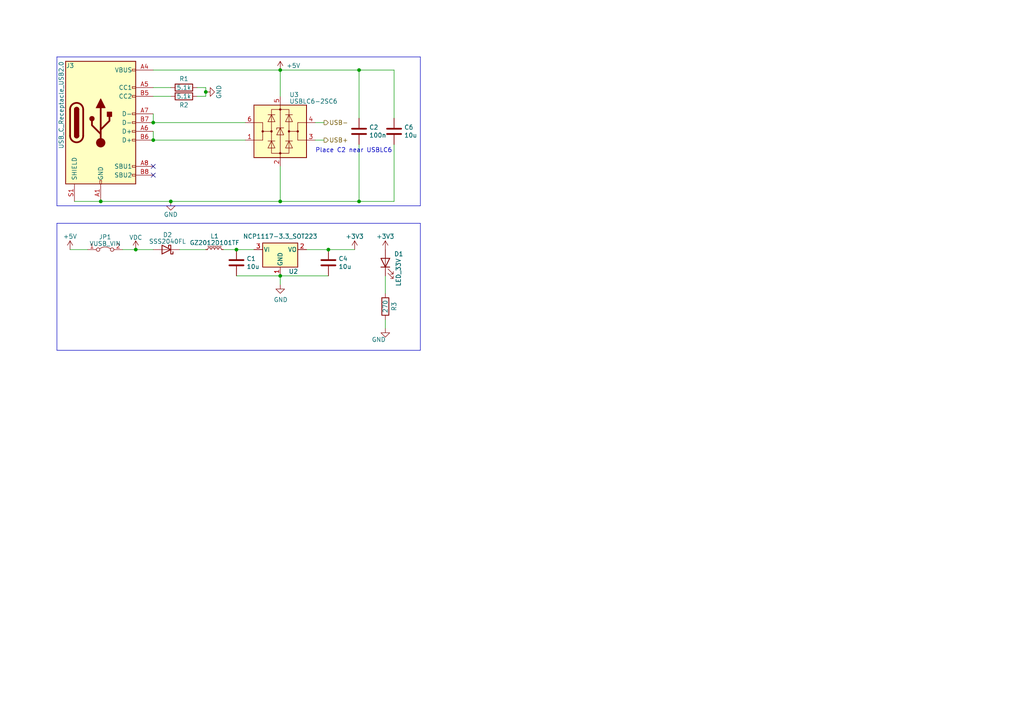
<source format=kicad_sch>
(kicad_sch (version 20230121) (generator eeschema)
  (paper "A4")
  (lib_symbols
    (symbol "Device:C" (pin_numbers hide) (pin_names (offset 0.254))
      (property "Reference" "C" (at 0.635 2.54 0))
      (property "Value" "C" (at 0.635 -2.54 0))
      (symbol "C_0_1"
        (polyline (pts (xy -2.032 -0.762) (xy 2.032 -0.762)) (stroke (width 0.508)))
        (polyline (pts (xy -2.032 0.762) (xy 2.032 0.762)) (stroke (width 0.508)))
      )
      (symbol "C_1_1"
        (pin passive line (at 0 3.81 270) (length 2.794) (name "~") (number "1"))
        (pin passive line (at 0 -3.81 90) (length 2.794) (name "~") (number "2"))
      )
    )
    (symbol "Device:D_Schottky" (pin_numbers hide) (pin_names (offset 1.016) hide)
      (property "Reference" "D" (at 0 2.54 0))
      (property "Value" "D_Schottky" (at 0 -2.54 0))
      (symbol "D_Schottky_0_1"
        (polyline (pts (xy 1.27 0) (xy -1.27 0)))
        (polyline (pts (xy 1.27 1.27) (xy 1.27 -1.27) (xy -1.27 0) (xy 1.27 1.27)) (stroke (width 0.254)))
        (polyline (pts (xy -1.905 0.635) (xy -1.905 1.27) (xy -1.27 1.27) (xy -1.27 -1.27) (xy -0.635 -1.27) (xy -0.635 -0.635)) (stroke (width 0.254)))
      )
      (symbol "D_Schottky_1_1"
        (pin passive line (at -3.81 0 0) (length 2.54) (name "K") (number "1"))
        (pin passive line (at 3.81 0 180) (length 2.54) (name "A") (number "2"))
      )
    )
    (symbol "Device:LED" (pin_numbers hide) (pin_names (offset 1.016) hide)
      (property "Reference" "D" (at 0 2.54 0))
      (property "Value" "LED" (at 0 -2.54 0))
      (symbol "LED_0_1"
        (polyline (pts (xy -1.27 -1.27) (xy -1.27 1.27)) (stroke (width 0.254)))
        (polyline (pts (xy -1.27 0) (xy 1.27 0)))
        (polyline (pts (xy 1.27 -1.27) (xy 1.27 1.27) (xy -1.27 0) (xy 1.27 -1.27)) (stroke (width 0.254)))
        (polyline (pts (xy -3.048 -0.762) (xy -4.572 -2.286) (xy -3.81 -2.286) (xy -4.572 -2.286) (xy -4.572 -1.524)))
        (polyline (pts (xy -1.778 -0.762) (xy -3.302 -2.286) (xy -2.54 -2.286) (xy -3.302 -2.286) (xy -3.302 -1.524)))
      )
      (symbol "LED_1_1"
        (pin passive line (at -3.81 0 0) (length 2.54) (name "K") (number "1"))
        (pin passive line (at 3.81 0 180) (length 2.54) (name "A") (number "2"))
      )
    )
    (symbol "Device:L_Ferrite_Small" (pin_numbers hide) (pin_names (offset 0.254) hide)
      (property "Reference" "L" (at 1.27 1.016 0))
      (property "Value" "L_Ferrite_Small" (at 1.27 -1.27 0))
      (symbol "L_Ferrite_Small_0_1"
        (arc (start 0 -2.032) (mid 0.5058 -1.524) (end 0 -1.016))
        (arc (start 0 -1.016) (mid 0.5058 -0.508) (end 0 0))
        (polyline (pts (xy 0.762 -1.905) (xy 0.762 -1.651)))
        (polyline (pts (xy 0.762 -1.397) (xy 0.762 -1.143)))
        (polyline (pts (xy 0.762 -0.889) (xy 0.762 -0.635)))
        (polyline (pts (xy 0.762 -0.381) (xy 0.762 -0.127)))
        (polyline (pts (xy 0.762 0.127) (xy 0.762 0.381)))
        (polyline (pts (xy 0.762 0.635) (xy 0.762 0.889)))
        (polyline (pts (xy 0.762 1.143) (xy 0.762 1.397)))
        (polyline (pts (xy 0.762 1.651) (xy 0.762 1.905)))
        (polyline (pts (xy 1.016 -1.651) (xy 1.016 -1.905)))
        (polyline (pts (xy 1.016 -1.143) (xy 1.016 -1.397)))
        (polyline (pts (xy 1.016 -0.635) (xy 1.016 -0.889)))
        (polyline (pts (xy 1.016 -0.127) (xy 1.016 -0.381)))
        (polyline (pts (xy 1.016 0.381) (xy 1.016 0.127)))
        (polyline (pts (xy 1.016 0.889) (xy 1.016 0.635)))
        (polyline (pts (xy 1.016 1.397) (xy 1.016 1.143)))
        (polyline (pts (xy 1.016 1.905) (xy 1.016 1.651)))
        (arc (start 0 0) (mid 0.5058 0.508) (end 0 1.016))
        (arc (start 0 1.016) (mid 0.5058 1.524) (end 0 2.032))
      )
      (symbol "L_Ferrite_Small_1_1"
        (pin passive line (at 0 2.54 270) (length 0.508) (name "~") (number "1"))
        (pin passive line (at 0 -2.54 90) (length 0.508) (name "~") (number "2"))
      )
    )
    (symbol "Device:R" (pin_numbers hide) (pin_names (offset 0))
      (property "Reference" "R" (at 2.032 0 90))
      (property "Value" "R" (at 0 0 90))
      (symbol "R_0_1"
        (rectangle (start -1.016 -2.54) (end 1.016 2.54) (stroke (width 0.254)))
      )
      (symbol "R_1_1"
        (pin passive line (at 0 3.81 270) (length 1.27) (name "~") (number "1"))
        (pin passive line (at 0 -3.81 90) (length 1.27) (name "~") (number "2"))
      )
    )
    (symbol "IO_Board_V1-rescue:USB_C_Receptacle_USB2.0-Connector" (pin_names (offset 1.016))
      (property "Reference" "J" (at -10.16 19.05 0))
      (property "Value" "USB_C_Receptacle_USB2.0-Connector" (at 19.05 19.05 0))
      (symbol "USB_C_Receptacle_USB2.0-Connector_0_0"
        (rectangle (start -0.254 -17.78) (end 0.254 -16.764))
        (rectangle (start 10.16 -14.986) (end 9.144 -15.494))
        (rectangle (start 10.16 -12.446) (end 9.144 -12.954))
        (rectangle (start 10.16 -4.826) (end 9.144 -5.334))
        (rectangle (start 10.16 -2.286) (end 9.144 -2.794))
        (rectangle (start 10.16 0.254) (end 9.144 -0.254))
        (rectangle (start 10.16 2.794) (end 9.144 2.286))
        (rectangle (start 10.16 7.874) (end 9.144 7.366))
        (rectangle (start 10.16 10.414) (end 9.144 9.906))
        (rectangle (start 10.16 15.494) (end 9.144 14.986))
      )
      (symbol "USB_C_Receptacle_USB2.0-Connector_0_1"
        (rectangle (start -10.16 17.78) (end 10.16 -17.78) (stroke (width 0.254)) (fill (type background)))
        (arc (start -8.89 -3.81) (mid -6.985 -5.7067) (end -5.08 -3.81) (stroke (width 0.508)))
        (arc (start -7.62 -3.81) (mid -6.985 -4.4423) (end -6.35 -3.81) (stroke (width 0.254)))
        (arc (start -7.62 -3.81) (mid -6.985 -4.4423) (end -6.35 -3.81) (stroke (width 0.254)) (fill (type outline)))
        (rectangle (start -7.62 -3.81) (end -6.35 3.81) (stroke (width 0.254)) (fill (type outline)))
        (arc (start -6.35 3.81) (mid -6.985 4.4423) (end -7.62 3.81) (stroke (width 0.254)))
        (arc (start -6.35 3.81) (mid -6.985 4.4423) (end -7.62 3.81) (stroke (width 0.254)) (fill (type outline)))
        (arc (start -5.08 3.81) (mid -6.985 5.7067) (end -8.89 3.81) (stroke (width 0.508)))
        (circle (center -2.54 1.143) (radius 0.635) (stroke (width 0.254)) (fill (type outline)))
        (circle (center 0 -5.842) (radius 1.27) (fill (type outline)))
        (polyline (pts (xy -8.89 -3.81) (xy -8.89 3.81)) (stroke (width 0.508)))
        (polyline (pts (xy -5.08 3.81) (xy -5.08 -3.81)) (stroke (width 0.508)))
        (polyline (pts (xy 0 -5.842) (xy 0 4.318)) (stroke (width 0.508)))
        (polyline (pts (xy 0 -3.302) (xy -2.54 -0.762) (xy -2.54 0.508)) (stroke (width 0.508)))
        (polyline (pts (xy 0 -2.032) (xy 2.54 0.508) (xy 2.54 1.778)) (stroke (width 0.508)))
        (polyline (pts (xy -1.27 4.318) (xy 0 6.858) (xy 1.27 4.318) (xy -1.27 4.318)) (stroke (width 0.254)) (fill (type outline)))
        (rectangle (start 1.905 1.778) (end 3.175 3.048) (stroke (width 0.254)) (fill (type outline)))
      )
      (symbol "USB_C_Receptacle_USB2.0-Connector_1_1"
        (pin passive line (at 0 -22.86 90) (length 5.08) (name "GND") (number "A1"))
        (pin passive line (at 0 -22.86 90) (length 5.08) hide (name "GND") (number "A12"))
        (pin passive line (at 15.24 15.24 180) (length 5.08) (name "VBUS") (number "A4"))
        (pin bidirectional line (at 15.24 10.16 180) (length 5.08) (name "CC1") (number "A5"))
        (pin bidirectional line (at 15.24 -2.54 180) (length 5.08) (name "D+") (number "A6"))
        (pin bidirectional line (at 15.24 2.54 180) (length 5.08) (name "D-") (number "A7"))
        (pin bidirectional line (at 15.24 -12.7 180) (length 5.08) (name "SBU1") (number "A8"))
        (pin passive line (at 15.24 15.24 180) (length 5.08) hide (name "VBUS") (number "A9"))
        (pin passive line (at 0 -22.86 90) (length 5.08) hide (name "GND") (number "B1"))
        (pin passive line (at 0 -22.86 90) (length 5.08) hide (name "GND") (number "B12"))
        (pin passive line (at 15.24 15.24 180) (length 5.08) hide (name "VBUS") (number "B4"))
        (pin bidirectional line (at 15.24 7.62 180) (length 5.08) (name "CC2") (number "B5"))
        (pin bidirectional line (at 15.24 -5.08 180) (length 5.08) (name "D+") (number "B6"))
        (pin bidirectional line (at 15.24 0 180) (length 5.08) (name "D-") (number "B7"))
        (pin bidirectional line (at 15.24 -15.24 180) (length 5.08) (name "SBU2") (number "B8"))
        (pin passive line (at 15.24 15.24 180) (length 5.08) hide (name "VBUS") (number "B9"))
        (pin passive line (at -7.62 -22.86 90) (length 5.08) (name "SHIELD") (number "S1"))
      )
    )
    (symbol "Jumper:Jumper_2_Bridged" (pin_names (offset 0) hide)
      (property "Reference" "JP" (at 0 1.905 0))
      (property "Value" "Jumper_2_Bridged" (at 0 -2.54 0))
      (symbol "Jumper_2_Bridged_0_0"
        (circle (center -2.032 0) (radius 0.508))
        (circle (center 2.032 0) (radius 0.508))
      )
      (symbol "Jumper_2_Bridged_0_1"
        (arc (start 1.524 0.254) (mid 0 0.762) (end -1.524 0.254))
      )
      (symbol "Jumper_2_Bridged_1_1"
        (pin passive line (at -5.08 0 0) (length 2.54) (name "A") (number "1"))
        (pin passive line (at 5.08 0 180) (length 2.54) (name "B") (number "2"))
      )
    )
    (symbol "Power_Protection:USBLC6-2SC6" (pin_names hide)
      (property "Reference" "U" (at 2.54 8.89 0))
      (property "Value" "USBLC6-2SC6" (at 2.54 -8.89 0))
      (symbol "USBLC6-2SC6_0_1"
        (rectangle (start -7.62 -7.62) (end 7.62 7.62) (stroke (width 0.254)) (fill (type background)))
        (circle (center -5.08 0) (radius 0.254) (fill (type outline)))
        (circle (center -2.54 0) (radius 0.254) (fill (type outline)))
        (rectangle (start -2.54 6.35) (end 2.54 -6.35))
        (circle (center 0 -6.35) (radius 0.254) (fill (type outline)))
        (polyline (pts (xy -5.08 -2.54) (xy -7.62 -2.54)))
        (polyline (pts (xy -5.08 0) (xy -5.08 -2.54)))
        (polyline (pts (xy -5.08 2.54) (xy -7.62 2.54)))
        (polyline (pts (xy -1.524 -2.794) (xy -3.556 -2.794)))
        (polyline (pts (xy -1.524 4.826) (xy -3.556 4.826)))
        (polyline (pts (xy 0 -7.62) (xy 0 -6.35)))
        (polyline (pts (xy 0 -6.35) (xy 0 1.27)))
        (polyline (pts (xy 0 1.27) (xy 0 6.35)))
        (polyline (pts (xy 0 6.35) (xy 0 7.62)))
        (polyline (pts (xy 1.524 -2.794) (xy 3.556 -2.794)))
        (polyline (pts (xy 1.524 4.826) (xy 3.556 4.826)))
        (polyline (pts (xy 5.08 -2.54) (xy 7.62 -2.54)))
        (polyline (pts (xy 5.08 0) (xy 5.08 -2.54)))
        (polyline (pts (xy 5.08 2.54) (xy 7.62 2.54)))
        (polyline (pts (xy -2.54 0) (xy -5.08 0) (xy -5.08 2.54)))
        (polyline (pts (xy 2.54 0) (xy 5.08 0) (xy 5.08 2.54)))
        (polyline (pts (xy -3.556 -4.826) (xy -1.524 -4.826) (xy -2.54 -2.794) (xy -3.556 -4.826)))
        (polyline (pts (xy -3.556 2.794) (xy -1.524 2.794) (xy -2.54 4.826) (xy -3.556 2.794)))
        (polyline (pts (xy -1.016 -1.016) (xy 1.016 -1.016) (xy 0 1.016) (xy -1.016 -1.016)))
        (polyline (pts (xy 1.016 1.016) (xy 0.762 1.016) (xy -1.016 1.016) (xy -1.016 0.508)))
        (polyline (pts (xy 3.556 -4.826) (xy 1.524 -4.826) (xy 2.54 -2.794) (xy 3.556 -4.826)))
        (polyline (pts (xy 3.556 2.794) (xy 1.524 2.794) (xy 2.54 4.826) (xy 3.556 2.794)))
        (circle (center 0 6.35) (radius 0.254) (fill (type outline)))
        (circle (center 2.54 0) (radius 0.254) (fill (type outline)))
        (circle (center 5.08 0) (radius 0.254) (fill (type outline)))
      )
      (symbol "USBLC6-2SC6_1_1"
        (pin passive line (at -10.16 -2.54 0) (length 2.54) (name "I/O1") (number "1"))
        (pin passive line (at 0 -10.16 90) (length 2.54) (name "GND") (number "2"))
        (pin passive line (at 10.16 -2.54 180) (length 2.54) (name "I/O2") (number "3"))
        (pin passive line (at 10.16 2.54 180) (length 2.54) (name "I/O2") (number "4"))
        (pin passive line (at 0 10.16 270) (length 2.54) (name "VBUS") (number "5"))
        (pin passive line (at -10.16 2.54 0) (length 2.54) (name "I/O1") (number "6"))
      )
    )
    (symbol "Regulator_Linear:NCP1117-3.3_SOT223" (pin_names (offset 0.254))
      (property "Reference" "U" (at -3.81 3.175 0))
      (property "Value" "NCP1117-3.3_SOT223" (at 0 3.175 0))
      (symbol "NCP1117-3.3_SOT223_0_1"
        (rectangle (start -5.08 -5.08) (end 5.08 1.905) (stroke (width 0.254)) (fill (type background)))
      )
      (symbol "NCP1117-3.3_SOT223_1_1"
        (pin power_in line (at 0 -7.62 90) (length 2.54) (name "GND") (number "1"))
        (pin power_out line (at 7.62 0 180) (length 2.54) (name "VO") (number "2"))
        (pin power_in line (at -7.62 0 0) (length 2.54) (name "VI") (number "3"))
      )
    )
    (symbol "power:+3.3V" (power) (pin_names (offset 0))
      (property "Value" "+3.3V" (at 0 3.556 0))
      (symbol "+3.3V_0_1"
        (polyline (pts (xy -0.762 1.27) (xy 0 2.54)))
        (polyline (pts (xy 0 0) (xy 0 2.54)))
        (polyline (pts (xy 0 2.54) (xy 0.762 1.27)))
      )
      (symbol "+3.3V_1_1"
        (pin power_in line (at 0 0 90) (length 0) hide (name "+3V3") (number "1"))
      )
    )
    (symbol "power:+5V" (power) (pin_names (offset 0))
      (property "Value" "+5V" (at 0 3.556 0))
      (symbol "+5V_0_1"
        (polyline (pts (xy -0.762 1.27) (xy 0 2.54)))
        (polyline (pts (xy 0 0) (xy 0 2.54)))
        (polyline (pts (xy 0 2.54) (xy 0.762 1.27)))
      )
      (symbol "+5V_1_1"
        (pin power_in line (at 0 0 90) (length 0) hide (name "+5V") (number "1"))
      )
    )
    (symbol "power:GND" (power) (pin_names (offset 0))
      (property "Value" "GND" (at 0 -3.81 0))
      (symbol "GND_0_1"
        (polyline (pts (xy 0 0) (xy 0 -1.27) (xy 1.27 -1.27) (xy 0 -2.54) (xy -1.27 -1.27) (xy 0 -1.27)))
      )
      (symbol "GND_1_1"
        (pin power_in line (at 0 0 270) (length 0) hide (name "GND") (number "1"))
      )
    )
    (symbol "power:VDC" (power) (pin_names (offset 0))
      (property "Value" "VDC" (at 0 6.35 0))
      (symbol "VDC_0_1"
        (polyline (pts (xy -0.762 1.27) (xy 0 2.54)))
        (polyline (pts (xy 0 0) (xy 0 2.54)))
        (polyline (pts (xy 0 2.54) (xy 0.762 1.27)))
      )
      (symbol "VDC_1_1"
        (pin power_in line (at 0 0 90) (length 0) hide (name "VDC") (number "1"))
      )
    )
  )
  (junction (at 104.14 20.32))
  (junction (at 95.25 72.39))
  (junction (at 81.28 58.42))
  (junction (at 104.14 58.42))
  (junction (at 44.45 35.56))
  (junction (at 81.28 20.32))
  (junction (at 68.58 72.39))
  (junction (at 29.21 58.42))
  (junction (at 49.53 58.42))
  (junction (at 44.45 40.64))
  (junction (at 39.37 72.39))
  (junction (at 81.28 80.01))
  (junction (at 59.69 26.67))
  (no_connect (at 44.45 48.26))
  (no_connect (at 44.45 50.8))
  (wire (pts (xy 104.14 20.32) (xy 114.3 20.32)))
  (wire (pts (xy 35.56 72.39) (xy 39.37 72.39)))
  (wire (pts (xy 81.28 58.42) (xy 104.14 58.42)))
  (wire (pts (xy 59.69 26.67) (xy 59.69 27.94)))
  (wire (pts (xy 44.45 35.56) (xy 71.12 35.56)))
  (wire (pts (xy 93.98 35.56) (xy 91.44 35.56)))
  (wire (pts (xy 95.25 72.39) (xy 102.87 72.39)))
  (polyline (pts (xy 121.92 16.51) (xy 121.92 59.69)))
  (wire (pts (xy 81.28 80.01) (xy 81.28 82.55)))
  (wire (pts (xy 57.15 27.94) (xy 59.69 27.94)))
  (polyline (pts (xy 16.51 64.77) (xy 121.92 64.77)))
  (wire (pts (xy 81.28 20.32) (xy 104.14 20.32)))
  (wire (pts (xy 52.07 72.39) (xy 59.69 72.39)))
  (wire (pts (xy 88.9 72.39) (xy 95.25 72.39)))
  (wire (pts (xy 93.98 40.64) (xy 91.44 40.64)))
  (wire (pts (xy 21.59 58.42) (xy 29.21 58.42)))
  (wire (pts (xy 95.25 80.01) (xy 81.28 80.01)))
  (polyline (pts (xy 121.92 101.6) (xy 16.51 101.6)))
  (wire (pts (xy 59.69 25.4) (xy 59.69 26.67)))
  (wire (pts (xy 111.76 92.71) (xy 111.76 95.25)))
  (wire (pts (xy 49.53 58.42) (xy 81.28 58.42)))
  (wire (pts (xy 81.28 20.32) (xy 81.28 27.94)))
  (wire (pts (xy 81.28 80.01) (xy 68.58 80.01)))
  (wire (pts (xy 44.45 35.56) (xy 44.45 33.02)))
  (wire (pts (xy 104.14 34.29) (xy 104.14 20.32)))
  (wire (pts (xy 104.14 41.91) (xy 104.14 58.42)))
  (wire (pts (xy 39.37 72.39) (xy 44.45 72.39)))
  (polyline (pts (xy 121.92 59.69) (xy 16.51 59.69)))
  (wire (pts (xy 20.32 72.39) (xy 25.4 72.39)))
  (wire (pts (xy 104.14 58.42) (xy 114.3 58.42)))
  (polyline (pts (xy 16.51 16.51) (xy 16.51 59.69)))
  (wire (pts (xy 114.3 58.42) (xy 114.3 41.91)))
  (polyline (pts (xy 121.92 64.77) (xy 121.92 101.6)))
  (wire (pts (xy 44.45 25.4) (xy 49.53 25.4)))
  (wire (pts (xy 111.76 80.01) (xy 111.76 85.09)))
  (wire (pts (xy 81.28 48.26) (xy 81.28 58.42)))
  (wire (pts (xy 64.77 72.39) (xy 68.58 72.39)))
  (wire (pts (xy 44.45 38.1) (xy 44.45 40.64)))
  (wire (pts (xy 68.58 72.39) (xy 73.66 72.39)))
  (polyline (pts (xy 16.51 16.51) (xy 121.92 16.51)))
  (wire (pts (xy 44.45 27.94) (xy 49.53 27.94)))
  (wire (pts (xy 44.45 40.64) (xy 71.12 40.64)))
  (polyline (pts (xy 16.51 64.77) (xy 16.51 101.6)))
  (wire (pts (xy 29.21 58.42) (xy 49.53 58.42)))
  (wire (pts (xy 57.15 25.4) (xy 59.69 25.4)))
  (wire (pts (xy 44.45 20.32) (xy 81.28 20.32)))
  (wire (pts (xy 114.3 20.32) (xy 114.3 34.29)))
  (text "Place C2 near USBLC6" (at 91.44 44.45 0) (effects (font (size 1.27 1.27)) (justify left bottom)))
  (hierarchical_label "USB-" (shape output) (at 93.98 35.56 0))
  (hierarchical_label "USB+" (shape output) (at 93.98 40.64 0))
  (symbol (lib_id "Device:LED") (at 111.76 76.2 90) (unit 1)
    (property "Reference" "D1" (at 114.3 73.66 90) (effects (justify right)))
    (property "Value" "LED_33V" (at 115.57 74.93 0) (effects (justify right)))
    (property "Footprint" "LED_SMD:LED_0603_1608Metric" (effects hide))
    (instances (project "Teensy_PA" (path "" (reference "D1") (unit 1))) (project "PCB_Lidar" (path "" (reference "D2") (unit 1))))
  )
  (symbol (lib_id "Device:R") (at 53.34 25.4 90) (unit 1)
    (property "Reference" "R1" (at 53.34 22.86 90))
    (property "Value" "5.1k" (at 53.34 25.4 90))
    (property "Footprint" "Resistor_SMD:R_0603_1608Metric" (effects hide))
  )
  (symbol (lib_id "Power_Protection:USBLC6-2SC6") (at 81.28 38.1 0) (unit 1)
    (property "Reference" "U3" (at 83.9217 27.4701 0) (effects (justify left)))
    (property "Value" "USBLC6-2SC6" (at 83.9217 29.3911 0) (effects (justify left)))
    (property "Footprint" "Package_TO_SOT_SMD:SOT-23-6" (effects hide))
    (property "Datasheet" "https://www.st.com/resource/en/datasheet/usblc6-2.pdf" (effects hide))
  )
  (symbol (lib_id "power:+5V") (at 81.28 20.32 0) (unit 1)
    (property "Reference" "#PWR09" (effects hide))
    (property "Value" "+5V" (at 85.09 19.05 0))
    (instances (project "Teensy_PA" (path "" (reference "#PWR09") (unit 1))) (project "PCB_Lidar" (path "" (reference "#PWR018") (unit 1))))
  )
  (symbol (lib_id "Device:C") (at 95.25 76.2 0) (unit 1)
    (property "Reference" "C4" (at 98.171 75.0316 0) (effects (justify left)))
    (property "Value" "10u" (at 98.171 77.343 0) (effects (justify left)))
    (property "Footprint" "Capacitor_SMD:C_0603_1608Metric" (effects hide))
  )
  (symbol (lib_id "power:GND") (at 111.76 95.25 0) (unit 1)
    (property "Reference" "#PWR08" (effects hide))
    (property "Value" "GND" (at 111.887 98.5012 0) (effects (justify right)))
    (instances (project "Teensy_PA" (path "" (reference "#PWR08") (unit 1))) (project "PCB_Lidar" (path "" (reference "#PWR014") (unit 1))))
  )
  (symbol (lib_id "power:+5V") (at 20.32 72.39 0) (unit 1)
    (property "Reference" "#PWR01" (effects hide))
    (property "Value" "+5V" (at 20.32 68.58 0))
  )
  (symbol (lib_id "Jumper:Jumper_2_Bridged") (at 30.48 72.39 0) (unit 1)
    (property "Reference" "JP1" (at 30.48 68.7451 0))
    (property "Value" "VUSB_VIN" (at 30.48 70.6661 0))
    (property "Footprint" "Jumper:SolderJumper-2_P1.3mm_Bridged_RoundedPad1.0x1.5mm" (effects hide))
  )
  (symbol (lib_id "Device:C") (at 114.3 38.1 0) (unit 1)
    (property "Reference" "C6" (at 117.221 36.9316 0) (effects (justify left)))
    (property "Value" "10u" (at 117.221 39.243 0) (effects (justify left)))
    (property "Footprint" "Capacitor_SMD:C_0603_1608Metric" (effects hide))
  )
  (symbol (lib_id "power:GND") (at 81.28 82.55 0) (unit 1)
    (property "Reference" "#PWR04" (effects hide))
    (property "Value" "GND" (at 81.407 86.9442 0))
    (instances (project "Teensy_PA" (path "" (reference "#PWR04") (unit 1))) (project "PCB_Lidar" (path "" (reference "#PWR06") (unit 1))))
  )
  (symbol (lib_id "power:+3.3V") (at 111.76 72.39 0) (unit 1)
    (property "Reference" "#PWR07" (effects hide))
    (property "Value" "+3.3V" (at 111.76 68.58 0))
    (instances (project "Teensy_PA" (path "" (reference "#PWR07") (unit 1))) (project "PCB_Lidar" (path "" (reference "#PWR013") (unit 1))))
  )
  (symbol (lib_id "power:GND") (at 59.69 26.67 90) (unit 1)
    (property "Reference" "#PWR02" (effects hide))
    (property "Value" "GND" (at 63.5 26.67 0))
    (instances (project "Teensy_PA" (path "" (reference "#PWR02") (unit 1))) (project "PCB_Lidar" (path "" (reference "#PWR09") (unit 1))))
  )
  (symbol (lib_id "power:+3.3V") (at 102.87 72.39 0) (unit 1)
    (property "Reference" "#PWR06" (effects hide))
    (property "Value" "+3.3V" (at 102.87 68.58 0))
    (instances (project "Teensy_PA" (path "" (reference "#PWR06") (unit 1))) (project "PCB_Lidar" (path "" (reference "#PWR012") (unit 1))))
  )
  (symbol (lib_id "Device:L_Ferrite_Small") (at 62.23 72.39 90) (unit 1)
    (property "Reference" "L1" (at 62.23 68.4911 90))
    (property "Value" "GZ2012D101TF" (at 62.23 70.4121 90))
    (property "Footprint" "Inductor_SMD:L_0805_2012Metric" (effects hide))
  )
  (symbol (lib_id "Device:C") (at 68.58 76.2 0) (unit 1)
    (property "Reference" "C1" (at 71.501 75.0316 0) (effects (justify left)))
    (property "Value" "10u" (at 71.501 77.343 0) (effects (justify left)))
    (property "Footprint" "Capacitor_SMD:C_0603_1608Metric" (effects hide))
  )
  (symbol (lib_id "IO_Board_V1-rescue:USB_C_Receptacle_USB2.0-Connector") (at 29.21 35.56 0) (unit 1)
    (property "Reference" "J3" (at 20.32 19.05 0))
    (property "Value" "USB_C_Receptacle_USB2.0" (at 17.78 30.48 90))
    (property "Footprint" "Connector_USB:USB_C_Receptacle_GCT_USB4105-xx-A_16P_TopMnt_Horizontal" (effects hide))
    (property "Datasheet" "https://www.usb.org/sites/default/files/documents/usb_type-c.zip" (effects hide))
  )
  (symbol (lib_id "Device:R") (at 53.34 27.94 90) (unit 1)
    (property "Reference" "R2" (at 53.34 30.48 90))
    (property "Value" "5.1k" (at 53.34 27.94 90))
    (property "Footprint" "Resistor_SMD:R_0603_1608Metric" (effects hide))
  )
  (symbol (lib_id "power:GND") (at 49.53 58.42 0) (unit 1)
    (property "Reference" "#PWR05" (effects hide))
    (property "Value" "GND" (at 49.53 62.23 0))
    (instances (project "Teensy_PA" (path "" (reference "#PWR05") (unit 1))) (project "PCB_Lidar" (path "" (reference "#PWR09") (unit 1))))
  )
  (symbol (lib_id "Regulator_Linear:NCP1117-3.3_SOT223") (at 81.28 72.39 0) (unit 1)
    (property "Reference" "U2" (at 85.09 78.74 0))
    (property "Value" "NCP1117-3.3_SOT223" (at 81.28 68.5546 0))
    (property "Footprint" "Package_TO_SOT_SMD:SOT-223-3_TabPin2" (effects hide))
    (property "Datasheet" "http://www.onsemi.com/pub_link/Collateral/NCP1117-D.PDF" (effects hide))
  )
  (symbol (lib_id "Device:R") (at 111.76 88.9 180) (unit 1)
    (property "Reference" "R3" (at 114.3 88.9 90))
    (property "Value" "270" (at 111.76 88.9 90))
    (property "Footprint" "Resistor_SMD:R_0603_1608Metric" (effects hide))
    (instances (project "Teensy_PA" (path "" (reference "R3") (unit 1))) (project "PCB_Lidar" (path "" (reference "R6") (unit 1))))
  )
  (symbol (lib_id "Device:D_Schottky") (at 48.26 72.39 180) (unit 1)
    (property "Reference" "D2" (at 48.5775 68.1101 0))
    (property "Value" "SSS2040FL" (at 48.5775 70.0311 0))
    (property "Footprint" "Diode_SMD:D_SOD-123" (effects hide))
  )
  (symbol (lib_id "Device:C") (at 104.14 38.1 0) (unit 1)
    (property "Reference" "C2" (at 107.061 36.9316 0) (effects (justify left)))
    (property "Value" "100n" (at 107.061 39.243 0) (effects (justify left)))
    (property "Footprint" "Capacitor_SMD:C_0603_1608Metric" (effects hide))
    (instances (project "Teensy_PA" (path "" (reference "C2") (unit 1))) (project "PCB_Lidar" (path "" (reference "C6") (unit 1))))
  )
  (symbol (lib_id "power:VDC") (at 39.37 72.39 0) (unit 1)
    (property "Reference" "#PWR030" (effects hide))
    (property "Value" "VDC" (at 39.37 68.8881 0))
  )
)
</source>
